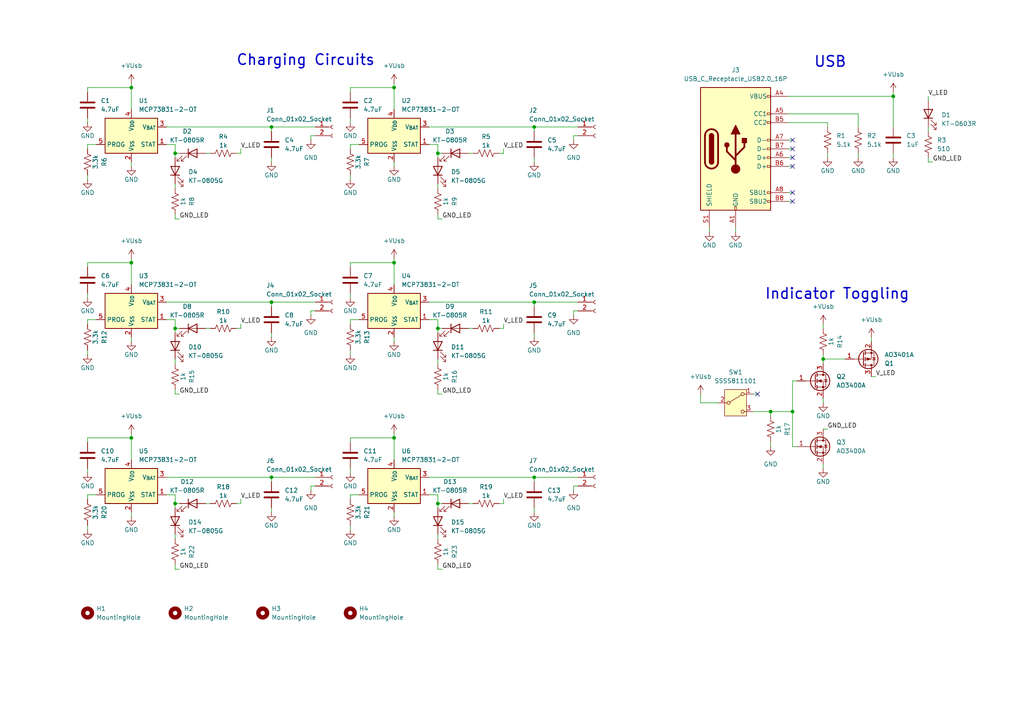
<source format=kicad_sch>
(kicad_sch (version 20250114) (generator "eeschema") (generator_version "9.0")
  (paper "A4")
  (title_block (title "AltusCharger") (date "2025-08-06") (rev "1.0") (company "Brian Parks"))
  (text "USB" (at 240.792 18.034 0) (effects (font (size 3.048 3.048) (thickness 0.4064) (bold yes))))
  (text "Charging Circuits" (at 88.646 17.526 0) (effects (font (size 3.048 3.048) (thickness 0.4064) (bold yes))))
  (text "Indicator Toggling" (at 242.824 85.344 0) (effects (font (size 3.048 3.048) (thickness 0.4064) (bold yes))))
  (junction (at 38.1 127))
  (junction (at 127 95.25))
  (junction (at 114.3 76.2))
  (junction (at 38.1 25.4))
  (junction (at 154.94 36.83))
  (junction (at 38.1 76.2))
  (junction (at 114.3 127))
  (junction (at 50.8 146.05))
  (junction (at 238.76 104.14))
  (junction (at 50.8 44.45))
  (junction (at 78.74 138.43))
  (junction (at 78.74 36.83))
  (junction (at 229.87 119.38))
  (junction (at 223.52 119.38))
  (junction (at 154.94 87.63))
  (junction (at 127 44.45))
  (junction (at 50.8 95.25))
  (junction (at 127 146.05))
  (junction (at 259.08 27.94))
  (junction (at 114.3 25.4))
  (junction (at 154.94 138.43))
  (junction (at 78.74 87.63))
  (no_connect (at 229.87 58.42))
  (no_connect (at 229.87 48.26))
  (no_connect (at 229.87 40.64))
  (no_connect (at 219.71 114.3))
  (no_connect (at 229.87 43.18))
  (no_connect (at 229.87 45.72))
  (no_connect (at 229.87 55.88))
  (wire (pts (xy 213.36 66.04) (xy 213.36 67.31)))
  (wire (pts (xy 219.71 114.3) (xy 218.44 114.3)))
  (wire (pts (xy 101.6 135.89) (xy 101.6 137.16)))
  (wire (pts (xy 252.73 109.22) (xy 254 109.22)))
  (wire (pts (xy 137.16 95.25) (xy 135.89 95.25)))
  (wire (pts (xy 127 165.1) (xy 127 163.83)))
  (wire (pts (xy 38.1 125.73) (xy 38.1 127)))
  (wire (pts (xy 259.08 26.67) (xy 259.08 27.94)))
  (wire (pts (xy 128.27 63.5) (xy 127 63.5)))
  (wire (pts (xy 127 95.25) (xy 128.27 95.25)))
  (wire (pts (xy 223.52 128.27) (xy 223.52 129.54)))
  (wire (pts (xy 154.94 46.99) (xy 154.94 45.72)))
  (wire (pts (xy 25.4 153.67) (xy 25.4 152.4)))
  (wire (pts (xy 166.37 90.17) (xy 167.64 90.17)))
  (wire (pts (xy 127 147.32) (xy 127 146.05)))
  (wire (pts (xy 127 146.05) (xy 128.27 146.05)))
  (wire (pts (xy 229.87 129.54) (xy 229.87 119.38)))
  (wire (pts (xy 50.8 114.3) (xy 50.8 113.03)))
  (wire (pts (xy 50.8 45.72) (xy 50.8 44.45)))
  (wire (pts (xy 203.2 116.84) (xy 208.28 116.84)))
  (wire (pts (xy 69.85 146.05) (xy 68.58 146.05)))
  (wire (pts (xy 114.3 125.73) (xy 114.3 127)))
  (wire (pts (xy 228.6 27.94) (xy 259.08 27.94)))
  (wire (pts (xy 229.87 110.49) (xy 231.14 110.49)))
  (wire (pts (xy 25.4 128.27) (xy 25.4 127)))
  (wire (pts (xy 52.07 165.1) (xy 50.8 165.1)))
  (wire (pts (xy 78.74 97.79) (xy 78.74 96.52)))
  (wire (pts (xy 154.94 148.59) (xy 154.94 147.32)))
  (wire (pts (xy 114.3 48.26) (xy 114.3 46.99)))
  (wire (pts (xy 114.3 76.2) (xy 114.3 82.55)))
  (wire (pts (xy 269.24 27.94) (xy 269.24 29.21)))
  (wire (pts (xy 127 53.34) (xy 127 54.61)))
  (wire (pts (xy 38.1 149.86) (xy 38.1 148.59)))
  (wire (pts (xy 127 114.3) (xy 127 113.03)))
  (wire (pts (xy 252.73 97.79) (xy 252.73 99.06)))
  (wire (pts (xy 127 63.5) (xy 127 62.23)))
  (wire (pts (xy 38.1 25.4) (xy 38.1 31.75)))
  (wire (pts (xy 90.17 140.97) (xy 91.44 140.97)))
  (wire (pts (xy 50.8 92.71) (xy 50.8 95.25)))
  (wire (pts (xy 50.8 143.51) (xy 50.8 146.05)))
  (wire (pts (xy 137.16 146.05) (xy 135.89 146.05)))
  (wire (pts (xy 154.94 138.43) (xy 154.94 139.7)))
  (wire (pts (xy 25.4 85.09) (xy 25.4 86.36)))
  (wire (pts (xy 38.1 74.93) (xy 38.1 76.2)))
  (wire (pts (xy 205.74 66.04) (xy 205.74 67.31)))
  (wire (pts (xy 50.8 154.94) (xy 50.8 156.21)))
  (wire (pts (xy 50.8 41.91) (xy 50.8 44.45)))
  (wire (pts (xy 124.46 138.43) (xy 154.94 138.43)))
  (wire (pts (xy 146.05 144.78) (xy 146.05 146.05)))
  (wire (pts (xy 238.76 134.62) (xy 238.76 135.89)))
  (wire (pts (xy 50.8 96.52) (xy 50.8 95.25)))
  (wire (pts (xy 101.6 43.18) (xy 101.6 41.91)))
  (wire (pts (xy 238.76 115.57) (xy 238.76 116.84)))
  (wire (pts (xy 38.1 24.13) (xy 38.1 25.4)))
  (wire (pts (xy 25.4 144.78) (xy 25.4 143.51)))
  (wire (pts (xy 166.37 140.97) (xy 166.37 142.24)))
  (wire (pts (xy 154.94 87.63) (xy 167.64 87.63)))
  (wire (pts (xy 218.44 119.38) (xy 223.52 119.38)))
  (wire (pts (xy 166.37 39.37) (xy 167.64 39.37)))
  (wire (pts (xy 248.92 33.02) (xy 248.92 36.83)))
  (wire (pts (xy 48.26 92.71) (xy 50.8 92.71)))
  (wire (pts (xy 25.4 135.89) (xy 25.4 137.16)))
  (wire (pts (xy 50.8 95.25) (xy 52.07 95.25)))
  (wire (pts (xy 166.37 90.17) (xy 166.37 91.44)))
  (wire (pts (xy 114.3 25.4) (xy 114.3 31.75)))
  (wire (pts (xy 90.17 39.37) (xy 91.44 39.37)))
  (wire (pts (xy 127 44.45) (xy 128.27 44.45)))
  (wire (pts (xy 114.3 127) (xy 114.3 133.35)))
  (wire (pts (xy 69.85 44.45) (xy 68.58 44.45)))
  (wire (pts (xy 25.4 76.2) (xy 38.1 76.2)))
  (wire (pts (xy 229.87 119.38) (xy 223.52 119.38)))
  (wire (pts (xy 48.26 36.83) (xy 78.74 36.83)))
  (wire (pts (xy 114.3 24.13) (xy 114.3 25.4)))
  (wire (pts (xy 114.3 149.86) (xy 114.3 148.59)))
  (wire (pts (xy 124.46 143.51) (xy 127 143.51)))
  (wire (pts (xy 101.6 143.51) (xy 104.14 143.51)))
  (wire (pts (xy 124.46 92.71) (xy 127 92.71)))
  (wire (pts (xy 229.87 58.42) (xy 228.6 58.42)))
  (wire (pts (xy 50.8 44.45) (xy 52.07 44.45)))
  (wire (pts (xy 48.26 41.91) (xy 50.8 41.91)))
  (wire (pts (xy 25.4 127) (xy 38.1 127)))
  (wire (pts (xy 124.46 87.63) (xy 154.94 87.63)))
  (wire (pts (xy 238.76 102.87) (xy 238.76 104.14)))
  (wire (pts (xy 38.1 48.26) (xy 38.1 46.99)))
  (wire (pts (xy 101.6 25.4) (xy 114.3 25.4)))
  (wire (pts (xy 25.4 34.29) (xy 25.4 35.56)))
  (wire (pts (xy 229.87 40.64) (xy 228.6 40.64)))
  (wire (pts (xy 25.4 25.4) (xy 38.1 25.4)))
  (wire (pts (xy 38.1 76.2) (xy 38.1 82.55)))
  (wire (pts (xy 25.4 43.18) (xy 25.4 41.91)))
  (wire (pts (xy 69.85 95.25) (xy 68.58 95.25)))
  (wire (pts (xy 127 104.14) (xy 127 105.41)))
  (wire (pts (xy 25.4 102.87) (xy 25.4 101.6)))
  (wire (pts (xy 101.6 102.87) (xy 101.6 101.6)))
  (wire (pts (xy 69.85 93.98) (xy 69.85 95.25)))
  (wire (pts (xy 60.96 146.05) (xy 59.69 146.05)))
  (wire (pts (xy 127 143.51) (xy 127 146.05)))
  (wire (pts (xy 69.85 144.78) (xy 69.85 146.05)))
  (wire (pts (xy 78.74 148.59) (xy 78.74 147.32)))
  (wire (pts (xy 146.05 44.45) (xy 144.78 44.45)))
  (wire (pts (xy 154.94 36.83) (xy 154.94 38.1)))
  (wire (pts (xy 154.94 97.79) (xy 154.94 96.52)))
  (wire (pts (xy 101.6 41.91) (xy 104.14 41.91)))
  (wire (pts (xy 127 92.71) (xy 127 95.25)))
  (wire (pts (xy 50.8 147.32) (xy 50.8 146.05)))
  (wire (pts (xy 114.3 74.93) (xy 114.3 76.2)))
  (wire (pts (xy 240.03 36.83) (xy 240.03 35.56)))
  (wire (pts (xy 25.4 41.91) (xy 27.94 41.91)))
  (wire (pts (xy 259.08 27.94) (xy 259.08 36.83)))
  (wire (pts (xy 124.46 36.83) (xy 154.94 36.83)))
  (wire (pts (xy 203.2 114.3) (xy 203.2 116.84)))
  (wire (pts (xy 78.74 36.83) (xy 78.74 38.1)))
  (wire (pts (xy 101.6 153.67) (xy 101.6 152.4)))
  (wire (pts (xy 128.27 114.3) (xy 127 114.3)))
  (wire (pts (xy 259.08 44.45) (xy 259.08 45.72)))
  (wire (pts (xy 101.6 52.07) (xy 101.6 50.8)))
  (wire (pts (xy 228.6 33.02) (xy 248.92 33.02)))
  (wire (pts (xy 78.74 138.43) (xy 78.74 139.7)))
  (wire (pts (xy 166.37 140.97) (xy 167.64 140.97)))
  (wire (pts (xy 25.4 92.71) (xy 27.94 92.71)))
  (wire (pts (xy 154.94 36.83) (xy 167.64 36.83)))
  (wire (pts (xy 78.74 46.99) (xy 78.74 45.72)))
  (wire (pts (xy 127 154.94) (xy 127 156.21)))
  (wire (pts (xy 114.3 99.06) (xy 114.3 97.79)))
  (wire (pts (xy 38.1 99.06) (xy 38.1 97.79)))
  (wire (pts (xy 25.4 143.51) (xy 27.94 143.51)))
  (wire (pts (xy 238.76 104.14) (xy 245.11 104.14)))
  (wire (pts (xy 48.26 143.51) (xy 50.8 143.51)))
  (wire (pts (xy 78.74 138.43) (xy 91.44 138.43)))
  (wire (pts (xy 25.4 77.47) (xy 25.4 76.2)))
  (wire (pts (xy 146.05 95.25) (xy 144.78 95.25)))
  (wire (pts (xy 238.76 93.98) (xy 238.76 95.25)))
  (wire (pts (xy 60.96 95.25) (xy 59.69 95.25)))
  (wire (pts (xy 166.37 39.37) (xy 166.37 40.64)))
  (wire (pts (xy 78.74 87.63) (xy 78.74 88.9)))
  (wire (pts (xy 78.74 87.63) (xy 91.44 87.63)))
  (wire (pts (xy 240.03 44.45) (xy 240.03 45.72)))
  (wire (pts (xy 90.17 140.97) (xy 90.17 142.24)))
  (wire (pts (xy 146.05 43.18) (xy 146.05 44.45)))
  (wire (pts (xy 101.6 92.71) (xy 104.14 92.71)))
  (wire (pts (xy 101.6 144.78) (xy 101.6 143.51)))
  (wire (pts (xy 269.24 46.99) (xy 269.24 45.72)))
  (wire (pts (xy 101.6 34.29) (xy 101.6 35.56)))
  (wire (pts (xy 154.94 138.43) (xy 167.64 138.43)))
  (wire (pts (xy 229.87 55.88) (xy 228.6 55.88)))
  (wire (pts (xy 90.17 90.17) (xy 90.17 91.44)))
  (wire (pts (xy 248.92 44.45) (xy 248.92 45.72)))
  (wire (pts (xy 229.87 45.72) (xy 228.6 45.72)))
  (wire (pts (xy 25.4 26.67) (xy 25.4 25.4)))
  (wire (pts (xy 270.51 46.99) (xy 269.24 46.99)))
  (wire (pts (xy 38.1 127) (xy 38.1 133.35)))
  (wire (pts (xy 101.6 85.09) (xy 101.6 86.36)))
  (wire (pts (xy 78.74 36.83) (xy 91.44 36.83)))
  (wire (pts (xy 52.07 63.5) (xy 50.8 63.5)))
  (wire (pts (xy 50.8 53.34) (xy 50.8 54.61)))
  (wire (pts (xy 90.17 90.17) (xy 91.44 90.17)))
  (wire (pts (xy 50.8 146.05) (xy 52.07 146.05)))
  (wire (pts (xy 101.6 77.47) (xy 101.6 76.2)))
  (wire (pts (xy 238.76 124.46) (xy 240.03 124.46)))
  (wire (pts (xy 124.46 41.91) (xy 127 41.91)))
  (wire (pts (xy 25.4 52.07) (xy 25.4 50.8)))
  (wire (pts (xy 90.17 39.37) (xy 90.17 40.64)))
  (wire (pts (xy 223.52 119.38) (xy 223.52 120.65)))
  (wire (pts (xy 101.6 128.27) (xy 101.6 127)))
  (wire (pts (xy 101.6 26.67) (xy 101.6 25.4)))
  (wire (pts (xy 101.6 76.2) (xy 114.3 76.2)))
  (wire (pts (xy 240.03 35.56) (xy 228.6 35.56)))
  (wire (pts (xy 101.6 127) (xy 114.3 127)))
  (wire (pts (xy 25.4 93.98) (xy 25.4 92.71)))
  (wire (pts (xy 154.94 87.63) (xy 154.94 88.9)))
  (wire (pts (xy 52.07 114.3) (xy 50.8 114.3)))
  (wire (pts (xy 60.96 44.45) (xy 59.69 44.45)))
  (wire (pts (xy 127 96.52) (xy 127 95.25)))
  (wire (pts (xy 146.05 146.05) (xy 144.78 146.05)))
  (wire (pts (xy 269.24 36.83) (xy 269.24 38.1)))
  (wire (pts (xy 69.85 43.18) (xy 69.85 44.45)))
  (wire (pts (xy 48.26 87.63) (xy 78.74 87.63)))
  (wire (pts (xy 229.87 110.49) (xy 229.87 119.38)))
  (wire (pts (xy 238.76 104.14) (xy 238.76 105.41)))
  (wire (pts (xy 48.26 138.43) (xy 78.74 138.43)))
  (wire (pts (xy 127 45.72) (xy 127 44.45)))
  (wire (pts (xy 50.8 165.1) (xy 50.8 163.83)))
  (wire (pts (xy 146.05 93.98) (xy 146.05 95.25)))
  (wire (pts (xy 101.6 93.98) (xy 101.6 92.71)))
  (wire (pts (xy 128.27 165.1) (xy 127 165.1)))
  (wire (pts (xy 229.87 129.54) (xy 231.14 129.54)))
  (wire (pts (xy 50.8 104.14) (xy 50.8 105.41)))
  (wire (pts (xy 229.87 48.26) (xy 228.6 48.26)))
  (wire (pts (xy 50.8 63.5) (xy 50.8 62.23)))
  (wire (pts (xy 127 41.91) (xy 127 44.45)))
  (wire (pts (xy 229.87 43.18) (xy 228.6 43.18)))
  (wire (pts (xy 137.16 44.45) (xy 135.89 44.45)))
  (label "V_LED" (at 254 109.22 0))
  (label "V_LED" (at 146.05 144.78 0))
  (label "GND_LED" (at 270.51 46.99 0))
  (label "GND_LED" (at 128.27 165.1 0))
  (label "V_LED" (at 69.85 144.78 0))
  (label "GND_LED" (at 52.07 165.1 0))
  (label "V_LED" (at 69.85 43.18 0))
  (label "GND_LED" (at 128.27 114.3 0))
  (label "V_LED" (at 269.24 27.94 0))
  (label "V_LED" (at 146.05 93.98 0))
  (label "GND_LED" (at 240.03 124.46 0))
  (label "V_LED" (at 69.85 93.98 0))
  (label "GND_LED" (at 52.07 63.5 0))
  (label "V_LED" (at 146.05 43.18 0))
  (label "GND_LED" (at 52.07 114.3 0))
  (label "GND_LED" (at 128.27 63.5 0))
  (symbol (lib_id "power:GND") (at 238.76 116.84 0) (unit 1)
    (property "Reference" "#PWR039" (effects (hide yes)))
    (property "Value" "GND" (at 238.76 120.65 0))
    (property "Description" "Power symbol creates a global label with name \"GND\" , ground" (effects (hide yes)))
  )
  (symbol (lib_id "power:GND") (at 78.74 148.59 0) (unit 1)
    (property "Reference" "#PWR048" (effects (hide yes)))
    (property "Value" "GND" (at 78.74 152.4 0))
    (property "Description" "Power symbol creates a global label with name \"GND\" , ground" (effects (hide yes)))
  )
  (symbol (lib_id "Connector:Conn_01x02_Socket") (at 172.72 138.43 0) (unit 1)
    (property "Reference" "J7" (at 153.416 133.604 0) (effects (justify left)))
    (property "Value" "Conn_01x02_Socket" (at 153.416 136.144 0) (effects (justify left)))
    (property "Footprint" "Connector_JST:JST_PH_B2B-PH-K_1x02_P2.00mm_Vertical" (effects (hide yes)))
    (property "Description" "Generic connector, single row, 01x02, script generated" (effects (hide yes)))
    (property "JLCPCB Part #" "C2319" (effects (hide yes)))
  )
  (symbol (lib_id "Device:R_US") (at 140.97 146.05 90) (unit 1)
    (property "Reference" "R19" (at 140.97 141.224 90))
    (property "Value" "1k" (at 140.97 143.764 90))
    (property "Footprint" "Resistor_SMD:R_0402_1005Metric" (effects (hide yes)))
    (property "Datasheet" "https://jlcpcb.com/api/file/downloadByFileSystemAccessId/8579705924167974912" (effects (hide yes)))
    (property "Description" "Resistor, US symbol" (effects (hide yes)))
    (property "JLCPCB Part #" "C11702" (effects (hide yes)))
  )
  (symbol (lib_id "Device:R_US") (at 238.76 99.06 0) (unit 1)
    (property "Reference" "R14" (at 243.586 99.06 90))
    (property "Value" "1k" (at 241.046 99.06 90))
    (property "Footprint" "Resistor_SMD:R_0402_1005Metric" (effects (hide yes)))
    (property "Datasheet" "https://jlcpcb.com/api/file/downloadByFileSystemAccessId/8579705924167974912" (effects (hide yes)))
    (property "Description" "Resistor, US symbol" (effects (hide yes)))
    (property "JLCPCB Part #" "C11702" (effects (hide yes)))
  )
  (symbol (lib_id "power:GND") (at 114.3 99.06 0) (unit 1)
    (property "Reference" "#PWR033" (effects (hide yes)))
    (property "Value" "GND" (at 114.3 102.87 0))
    (property "Description" "Power symbol creates a global label with name \"GND\" , ground" (effects (hide yes)))
  )
  (symbol (lib_id "Device:C") (at 78.74 92.71 0) (unit 1)
    (property "Reference" "C8" (at 82.55 91.4399 0) (effects (justify left)))
    (property "Value" "4.7uF" (at 82.55 93.9799 0) (effects (justify left)))
    (property "Footprint" "Capacitor_SMD:C_0402_1005Metric" (effects (hide yes)))
    (property "Datasheet" "https://jlcpcb.com/api/file/downloadByFileSystemAccessId/8579707174974914560" (effects (hide yes)))
    (property "Description" "Unpolarized capacitor" (effects (hide yes)))
    (property "JLCPCB Part #" "C23733" (effects (hide yes)))
  )
  (symbol (lib_id "Device:R_US") (at 101.6 46.99 0) (unit 1)
    (property "Reference" "R7" (at 106.426 46.99 90))
    (property "Value" "3.3k" (at 103.886 46.99 90))
    (property "Footprint" "Resistor_SMD:R_0402_1005Metric" (effects (hide yes)))
    (property "Datasheet" "https://jlcpcb.com/api/file/downloadByFileSystemAccessId/8579705924167974912" (effects (hide yes)))
    (property "Description" "Resistor, US symbol" (effects (hide yes)))
    (property "JLCPCB Part #" "C25890" (effects (hide yes)))
  )
  (symbol (lib_id "Device:R_US") (at 50.8 58.42 0) (unit 1)
    (property "Reference" "R8" (at 55.626 58.42 90))
    (property "Value" "1k" (at 53.086 58.42 90))
    (property "Footprint" "Resistor_SMD:R_0402_1005Metric" (effects (hide yes)))
    (property "Datasheet" "https://jlcpcb.com/api/file/downloadByFileSystemAccessId/8579705924167974912" (effects (hide yes)))
    (property "Description" "Resistor, US symbol" (effects (hide yes)))
    (property "JLCPCB Part #" "C11702" (effects (hide yes)))
  )
  (symbol (lib_id "power:GND") (at 90.17 142.24 0) (unit 1)
    (property "Reference" "#PWR045" (effects (hide yes)))
    (property "Value" "GND" (at 90.17 147.32 0))
    (property "Description" "Power symbol creates a global label with name \"GND\" , ground" (effects (hide yes)))
  )
  (symbol (lib_id "Device:C") (at 78.74 143.51 0) (unit 1)
    (property "Reference" "C12" (at 82.55 142.2399 0) (effects (justify left)))
    (property "Value" "4.7uF" (at 82.55 144.7799 0) (effects (justify left)))
    (property "Footprint" "Capacitor_SMD:C_0402_1005Metric" (effects (hide yes)))
    (property "Datasheet" "https://jlcpcb.com/api/file/downloadByFileSystemAccessId/8579707174974914560" (effects (hide yes)))
    (property "Description" "Unpolarized capacitor" (effects (hide yes)))
    (property "JLCPCB Part #" "C23733" (effects (hide yes)))
  )
  (symbol (lib_id "Device:R_US") (at 127 160.02 0) (unit 1)
    (property "Reference" "R23" (at 131.826 160.02 90))
    (property "Value" "1k" (at 129.286 160.02 90))
    (property "Footprint" "Resistor_SMD:R_0402_1005Metric" (effects (hide yes)))
    (property "Datasheet" "https://jlcpcb.com/api/file/downloadByFileSystemAccessId/8579705924167974912" (effects (hide yes)))
    (property "Description" "Resistor, US symbol" (effects (hide yes)))
    (property "JLCPCB Part #" "C11702" (effects (hide yes)))
  )
  (symbol (lib_id "Transistor_FET:AO3400A") (at 236.22 110.49 0) (unit 1)
    (property "Reference" "Q2" (at 242.57 109.2199 0) (effects (justify left)))
    (property "Value" "AO3400A" (at 242.57 111.7599 0) (effects (justify left)))
    (property "Footprint" "Package_TO_SOT_SMD:SOT-23" (effects (hide yes)))
    (property "Datasheet" "http://www.aosmd.com/pdfs/datasheet/AO3400A.pdf" (effects (hide yes)))
    (property "Description" "30V Vds, 5.7A Id, N-Channel MOSFET, SOT-23" (effects (hide yes)))
    (property "JLCPCB Part #" "C20917" (effects (hide yes)))
  )
  (symbol (lib_id "Device:LED") (at 127 49.53 90) (unit 1)
    (property "Reference" "D5" (at 130.81 49.8474 90) (effects (justify right)))
    (property "Value" "KT-0805G" (at 130.81 52.3874 90) (effects (justify right)))
    (property "Footprint" "LED_SMD:LED_0805_2012Metric" (effects (hide yes)))
    (property "Description" "Light emitting diode" (effects (hide yes)))
    (property "JLCPCB Part #" "C2297" (effects (hide yes)))
    (property "Sim.Pins" "1=K 2=A" (effects (hide yes)))
  )
  (symbol (lib_id "power:GND") (at 114.3 48.26 0) (unit 1)
    (property "Reference" "#PWR015" (effects (hide yes)))
    (property "Value" "GND" (at 114.3 52.07 0))
    (property "Description" "Power symbol creates a global label with name \"GND\" , ground" (effects (hide yes)))
  )
  (symbol (lib_id "Mechanical:MountingHole") (at 25.4 177.8 0) (unit 1) (in_bom no)
    (property "Reference" "H1" (at 27.94 176.5299 0) (effects (justify left)))
    (property "Value" "MountingHole" (at 27.94 179.0699 0) (effects (justify left)))
    (property "Footprint" "MountingHole:MountingHole_3.2mm_M3" (effects (hide yes)))
    (property "Description" "Mounting Hole without connection" (effects (hide yes)))
  )
  (symbol (lib_id "Device:LED") (at 55.88 44.45 0) (unit 1)
    (property "Reference" "D2" (at 54.2925 38.1 0))
    (property "Value" "KT-0805R" (at 54.2925 40.64 0))
    (property "Footprint" "LED_SMD:LED_0805_2012Metric" (effects (hide yes)))
    (property "Description" "Light emitting diode" (effects (hide yes)))
    (property "JLCPCB Part #" "C2295" (effects (hide yes)))
    (property "Sim.Pins" "1=K 2=A" (effects (hide yes)))
  )
  (symbol (lib_id "power:GND") (at 38.1 48.26 0) (unit 1)
    (property "Reference" "#PWR014" (effects (hide yes)))
    (property "Value" "GND" (at 38.1 52.07 0))
    (property "Description" "Power symbol creates a global label with name \"GND\" , ground" (effects (hide yes)))
  )
  (symbol (lib_id "Device:LED") (at 127 100.33 90) (unit 1)
    (property "Reference" "D11" (at 130.81 100.6474 90) (effects (justify right)))
    (property "Value" "KT-0805G" (at 130.81 103.1874 90) (effects (justify right)))
    (property "Footprint" "LED_SMD:LED_0805_2012Metric" (effects (hide yes)))
    (property "Description" "Light emitting diode" (effects (hide yes)))
    (property "JLCPCB Part #" "C2297" (effects (hide yes)))
    (property "Sim.Pins" "1=K 2=A" (effects (hide yes)))
  )
  (symbol (lib_id "Connector:Conn_01x02_Socket") (at 96.52 36.83 0) (unit 1)
    (property "Reference" "J1" (at 77.216 32.004 0) (effects (justify left)))
    (property "Value" "Conn_01x02_Socket" (at 77.216 34.544 0) (effects (justify left)))
    (property "Footprint" "Connector_JST:JST_PH_B2B-PH-K_1x02_P2.00mm_Vertical" (effects (hide yes)))
    (property "Description" "Generic connector, single row, 01x02, script generated" (effects (hide yes)))
    (property "JLCPCB Part #" "C2319" (effects (hide yes)))
  )
  (symbol (lib_id "power:GND") (at 101.6 137.16 0) (unit 1)
    (property "Reference" "#PWR043" (effects (hide yes)))
    (property "Value" "GND" (at 101.6 140.97 0))
    (property "Description" "Power symbol creates a global label with name \"GND\" , ground" (effects (hide yes)))
  )
  (symbol (lib_id "power:GND") (at 25.4 35.56 0) (unit 1)
    (property "Reference" "#PWR04" (effects (hide yes)))
    (property "Value" "GND" (at 25.4 39.37 0))
    (property "Description" "Power symbol creates a global label with name \"GND\" , ground" (effects (hide yes)))
  )
  (symbol (lib_id "Mechanical:MountingHole") (at 76.2 177.8 0) (unit 1) (in_bom no)
    (property "Reference" "H3" (at 78.74 176.5299 0) (effects (justify left)))
    (property "Value" "MountingHole" (at 78.74 179.0699 0) (effects (justify left)))
    (property "Footprint" "MountingHole:MountingHole_3.2mm_M3" (effects (hide yes)))
    (property "Description" "Mounting Hole without connection" (effects (hide yes)))
  )
  (symbol (lib_id "Device:R_US") (at 248.92 40.64 0) (unit 1)
    (property "Reference" "R2" (at 251.46 39.3699 0) (effects (justify left)))
    (property "Value" "5.1k" (at 251.46 41.9099 0) (effects (justify left)))
    (property "Footprint" "Resistor_SMD:R_0402_1005Metric" (effects (hide yes)))
    (property "Datasheet" "https://jlcpcb.com/api/file/downloadByFileSystemAccessId/8579706036003409920" (effects (hide yes)))
    (property "Description" "Resistor, US symbol" (effects (hide yes)))
    (property "JLCPCB Part #" "C25905" (effects (hide yes)))
  )
  (symbol (lib_id "Device:C") (at 25.4 30.48 0) (unit 1)
    (property "Reference" "C1" (at 29.21 29.2099 0) (effects (justify left)))
    (property "Value" "4.7uF" (at 29.21 31.7499 0) (effects (justify left)))
    (property "Footprint" "Capacitor_SMD:C_0402_1005Metric" (effects (hide yes)))
    (property "Datasheet" "https://jlcpcb.com/api/file/downloadByFileSystemAccessId/8579707174974914560" (effects (hide yes)))
    (property "Description" "Unpolarized capacitor" (effects (hide yes)))
    (property "JLCPCB Part #" "C23733" (effects (hide yes)))
  )
  (symbol (lib_id "Device:LED") (at 132.08 95.25 0) (unit 1)
    (property "Reference" "D9" (at 130.4925 88.9 0))
    (property "Value" "KT-0805R" (at 130.4925 91.44 0))
    (property "Footprint" "LED_SMD:LED_0805_2012Metric" (effects (hide yes)))
    (property "Description" "Light emitting diode" (effects (hide yes)))
    (property "JLCPCB Part #" "C2295" (effects (hide yes)))
    (property "Sim.Pins" "1=K 2=A" (effects (hide yes)))
  )
  (symbol (lib_id "Connector:Conn_01x02_Socket") (at 172.72 36.83 0) (unit 1)
    (property "Reference" "J2" (at 153.416 32.004 0) (effects (justify left)))
    (property "Value" "Conn_01x02_Socket" (at 153.416 34.544 0) (effects (justify left)))
    (property "Footprint" "Connector_JST:JST_PH_B2B-PH-K_1x02_P2.00mm_Vertical" (effects (hide yes)))
    (property "Description" "Generic connector, single row, 01x02, script generated" (effects (hide yes)))
    (property "JLCPCB Part #" "C2319" (effects (hide yes)))
  )
  (symbol (lib_id "power:GND") (at 166.37 142.24 0) (unit 1)
    (property "Reference" "#PWR046" (effects (hide yes)))
    (property "Value" "GND" (at 166.37 147.32 0))
    (property "Description" "Power symbol creates a global label with name \"GND\" , ground" (effects (hide yes)))
  )
  (symbol (lib_id "Device:R_US") (at 64.77 146.05 90) (unit 1)
    (property "Reference" "R18" (at 64.77 141.224 90))
    (property "Value" "1k" (at 64.77 143.764 90))
    (property "Footprint" "Resistor_SMD:R_0402_1005Metric" (effects (hide yes)))
    (property "Datasheet" "https://jlcpcb.com/api/file/downloadByFileSystemAccessId/8579705924167974912" (effects (hide yes)))
    (property "Description" "Resistor, US symbol" (effects (hide yes)))
    (property "JLCPCB Part #" "C11702" (effects (hide yes)))
  )
  (symbol (lib_id "power:GND") (at 90.17 91.44 0) (unit 1)
    (property "Reference" "#PWR028" (effects (hide yes)))
    (property "Value" "GND" (at 90.17 96.52 0))
    (property "Description" "Power symbol creates a global label with name \"GND\" , ground" (effects (hide yes)))
  )
  (symbol (lib_id "power:GND") (at 101.6 86.36 0) (unit 1)
    (property "Reference" "#PWR027" (effects (hide yes)))
    (property "Value" "GND" (at 101.6 90.17 0))
    (property "Description" "Power symbol creates a global label with name \"GND\" , ground" (effects (hide yes)))
  )
  (symbol (lib_id "Device:C") (at 101.6 132.08 0) (unit 1)
    (property "Reference" "C11" (at 105.41 130.8099 0) (effects (justify left)))
    (property "Value" "4.7uF" (at 105.41 133.3499 0) (effects (justify left)))
    (property "Footprint" "Capacitor_SMD:C_0402_1005Metric" (effects (hide yes)))
    (property "Datasheet" "https://jlcpcb.com/api/file/downloadByFileSystemAccessId/8579707174974914560" (effects (hide yes)))
    (property "Description" "Unpolarized capacitor" (effects (hide yes)))
    (property "JLCPCB Part #" "C23733" (effects (hide yes)))
  )
  (symbol (lib_id "Device:R_US") (at 269.24 41.91 0) (unit 1)
    (property "Reference" "R3" (at 271.78 40.6399 0) (effects (justify left)))
    (property "Value" "510" (at 271.78 43.1799 0) (effects (justify left)))
    (property "Footprint" "Resistor_SMD:R_0402_1005Metric" (effects (hide yes)))
    (property "Datasheet" "https://jlcpcb.com/api/file/downloadByFileSystemAccessId/8579706044791963648" (effects (hide yes)))
    (property "Description" "Resistor, US symbol" (effects (hide yes)))
    (property "JLCPCB Part #" "C25123" (effects (hide yes)))
  )
  (symbol (lib_id "Device:R_US") (at 64.77 44.45 90) (unit 1)
    (property "Reference" "R4" (at 64.77 39.624 90))
    (property "Value" "1k" (at 64.77 42.164 90))
    (property "Footprint" "Resistor_SMD:R_0402_1005Metric" (effects (hide yes)))
    (property "Datasheet" "https://jlcpcb.com/api/file/downloadByFileSystemAccessId/8579705924167974912" (effects (hide yes)))
    (property "Description" "Resistor, US symbol" (effects (hide yes)))
    (property "JLCPCB Part #" "C11702" (effects (hide yes)))
  )
  (symbol (lib_id "Switch:SW_SPDT") (at 213.36 116.84 0) (unit 1)
    (property "Reference" "SW1" (at 213.36 107.95 0))
    (property "Value" "SSSS811101" (at 213.36 110.49 0))
    (property "Footprint" "AltusCharger-Lib:SW_SSSS811101" (effects (hide yes)))
    (property "Description" "Switch, single pole double throw" (effects (hide yes)))
    (property "JLCPCB Part #" "C109335" (effects (hide yes)))
  )
  (symbol (lib_id "Device:R_US") (at 25.4 148.59 0) (unit 1)
    (property "Reference" "R20" (at 30.226 148.59 90))
    (property "Value" "3.3k" (at 27.686 148.59 90))
    (property "Footprint" "Resistor_SMD:R_0402_1005Metric" (effects (hide yes)))
    (property "Datasheet" "https://jlcpcb.com/api/file/downloadByFileSystemAccessId/8579705924167974912" (effects (hide yes)))
    (property "Description" "Resistor, US symbol" (effects (hide yes)))
    (property "JLCPCB Part #" "C25890" (effects (hide yes)))
  )
  (symbol (lib_id "power:GND") (at 38.1 99.06 0) (unit 1)
    (property "Reference" "#PWR032" (effects (hide yes)))
    (property "Value" "GND" (at 38.1 102.87 0))
    (property "Description" "Power symbol creates a global label with name \"GND\" , ground" (effects (hide yes)))
  )
  (symbol (lib_id "Device:C") (at 259.08 40.64 0) (unit 1)
    (property "Reference" "C3" (at 262.89 39.3699 0) (effects (justify left)))
    (property "Value" "1uF" (at 262.89 41.9099 0) (effects (justify left)))
    (property "Footprint" "Capacitor_SMD:C_0402_1005Metric" (effects (hide yes)))
    (property "Datasheet" "https://jlcpcb.com/api/file/downloadByFileSystemAccessId/8579707174974914560" (effects (hide yes)))
    (property "Description" "Unpolarized capacitor" (effects (hide yes)))
    (property "JLCPCB Part #" "C52923" (effects (hide yes)))
  )
  (symbol (lib_id "Device:LED") (at 132.08 44.45 0) (unit 1)
    (property "Reference" "D3" (at 130.4925 38.1 0))
    (property "Value" "KT-0805R" (at 130.4925 40.64 0))
    (property "Footprint" "LED_SMD:LED_0805_2012Metric" (effects (hide yes)))
    (property "Description" "Light emitting diode" (effects (hide yes)))
    (property "JLCPCB Part #" "C2295" (effects (hide yes)))
    (property "Sim.Pins" "1=K 2=A" (effects (hide yes)))
  )
  (symbol (lib_id "Device:R_US") (at 127 109.22 0) (unit 1)
    (property "Reference" "R16" (at 131.826 109.22 90))
    (property "Value" "1k" (at 129.286 109.22 90))
    (property "Footprint" "Resistor_SMD:R_0402_1005Metric" (effects (hide yes)))
    (property "Datasheet" "https://jlcpcb.com/api/file/downloadByFileSystemAccessId/8579705924167974912" (effects (hide yes)))
    (property "Description" "Resistor, US symbol" (effects (hide yes)))
    (property "JLCPCB Part #" "C11702" (effects (hide yes)))
  )
  (symbol (lib_id "power:GND") (at 101.6 35.56 0) (unit 1)
    (property "Reference" "#PWR05" (effects (hide yes)))
    (property "Value" "GND" (at 101.6 39.37 0))
    (property "Description" "Power symbol creates a global label with name \"GND\" , ground" (effects (hide yes)))
  )
  (symbol (lib_id "Device:C") (at 78.74 41.91 0) (unit 1)
    (property "Reference" "C4" (at 82.55 40.6399 0) (effects (justify left)))
    (property "Value" "4.7uF" (at 82.55 43.1799 0) (effects (justify left)))
    (property "Footprint" "Capacitor_SMD:C_0402_1005Metric" (effects (hide yes)))
    (property "Datasheet" "https://jlcpcb.com/api/file/downloadByFileSystemAccessId/8579707174974914560" (effects (hide yes)))
    (property "Description" "Unpolarized capacitor" (effects (hide yes)))
    (property "JLCPCB Part #" "C23733" (effects (hide yes)))
  )
  (symbol (lib_name "LED_1") (lib_id "Device:LED") (at 269.24 33.02 90) (unit 1)
    (property "Reference" "D1" (at 273.05 33.3374 90) (effects (justify right)))
    (property "Value" "KT-0603R" (at 273.05 35.8774 90) (effects (justify right)))
    (property "Footprint" "LED_SMD:LED_0603_1608Metric" (effects (hide yes)))
    (property "Description" "Light emitting diode" (effects (hide yes)))
    (property "JLCPCB Part #" "C2286" (effects (hide yes)))
    (property "Sim.Pins" "1=K 2=A" (effects (hide yes)))
  )
  (symbol (lib_id "Device:R_US") (at 140.97 44.45 90) (unit 1)
    (property "Reference" "R5" (at 140.97 39.624 90))
    (property "Value" "1k" (at 140.97 42.164 90))
    (property "Footprint" "Resistor_SMD:R_0402_1005Metric" (effects (hide yes)))
    (property "Datasheet" "https://jlcpcb.com/api/file/downloadByFileSystemAccessId/8579705924167974912" (effects (hide yes)))
    (property "Description" "Resistor, US symbol" (effects (hide yes)))
    (property "JLCPCB Part #" "C11702" (effects (hide yes)))
  )
  (symbol (lib_id "AltusCharger-Lib:+VUsb") (at 114.3 24.13 0) (unit 1)
    (property "Reference" "#PWR02" (effects (hide yes)))
    (property "Value" "+VUsb" (at 114.3 19.05 0))
  )
  (symbol (lib_id "Battery_Management:MCP73831-2-OT") (at 38.1 140.97 0) (unit 1)
    (property "Reference" "U5" (at 40.2433 130.81 0) (effects (justify left)))
    (property "Value" "MCP73831-2-OT" (at 40.2433 133.35 0) (effects (justify left)))
    (property "Footprint" "Package_TO_SOT_SMD:SOT-23-5" (effects (hide yes)))
    (property "Datasheet" "http://ww1.microchip.com/downloads/en/DeviceDoc/20001984g.pdf" (effects (hide yes)))
    (property "Description" "Single cell, Li-Ion/Li-Po charge management controller, 4.20V, Tri-State Status Output, in SOT23-5 package" (effects (hide yes)))
    (property "JLCPCB Part #" "C424093" (effects (hide yes)))
  )
  (symbol (lib_id "power:GND") (at 259.08 45.72 0) (unit 1)
    (property "Reference" "#PWR010" (effects (hide yes)))
    (property "Value" "GND" (at 259.08 49.53 0))
    (property "Description" "Power symbol creates a global label with name \"GND\" , ground" (effects (hide yes)))
  )
  (symbol (lib_id "power:GND") (at 25.4 137.16 0) (unit 1)
    (property "Reference" "#PWR042" (effects (hide yes)))
    (property "Value" "GND" (at 25.4 140.97 0))
    (property "Description" "Power symbol creates a global label with name \"GND\" , ground" (effects (hide yes)))
  )
  (symbol (lib_id "Device:LED") (at 55.88 146.05 0) (unit 1)
    (property "Reference" "D12" (at 54.2925 139.7 0))
    (property "Value" "KT-0805R" (at 54.2925 142.24 0))
    (property "Footprint" "LED_SMD:LED_0805_2012Metric" (effects (hide yes)))
    (property "Description" "Light emitting diode" (effects (hide yes)))
    (property "JLCPCB Part #" "C2295" (effects (hide yes)))
    (property "Sim.Pins" "1=K 2=A" (effects (hide yes)))
  )
  (symbol (lib_id "Device:C") (at 25.4 132.08 0) (unit 1)
    (property "Reference" "C10" (at 29.21 130.8099 0) (effects (justify left)))
    (property "Value" "4.7uF" (at 29.21 133.3499 0) (effects (justify left)))
    (property "Footprint" "Capacitor_SMD:C_0402_1005Metric" (effects (hide yes)))
    (property "Datasheet" "https://jlcpcb.com/api/file/downloadByFileSystemAccessId/8579707174974914560" (effects (hide yes)))
    (property "Description" "Unpolarized capacitor" (effects (hide yes)))
    (property "JLCPCB Part #" "C23733" (effects (hide yes)))
  )
  (symbol (lib_id "power:GND") (at 166.37 40.64 0) (unit 1)
    (property "Reference" "#PWR07" (effects (hide yes)))
    (property "Value" "GND" (at 166.37 45.72 0))
    (property "Description" "Power symbol creates a global label with name \"GND\" , ground" (effects (hide yes)))
  )
  (symbol (lib_id "Device:R_US") (at 64.77 95.25 90) (unit 1)
    (property "Reference" "R10" (at 64.77 90.424 90))
    (property "Value" "1k" (at 64.77 92.964 90))
    (property "Footprint" "Resistor_SMD:R_0402_1005Metric" (effects (hide yes)))
    (property "Datasheet" "https://jlcpcb.com/api/file/downloadByFileSystemAccessId/8579705924167974912" (effects (hide yes)))
    (property "Description" "Resistor, US symbol" (effects (hide yes)))
    (property "JLCPCB Part #" "C11702" (effects (hide yes)))
  )
  (symbol (lib_id "Device:R_US") (at 240.03 40.64 0) (unit 1)
    (property "Reference" "R1" (at 242.57 39.3699 0) (effects (justify left)))
    (property "Value" "5.1k" (at 242.57 41.9099 0) (effects (justify left)))
    (property "Footprint" "Resistor_SMD:R_0402_1005Metric" (effects (hide yes)))
    (property "Datasheet" "https://jlcpcb.com/api/file/downloadByFileSystemAccessId/8579706036003409920" (effects (hide yes)))
    (property "Description" "Resistor, US symbol" (effects (hide yes)))
    (property "JLCPCB Part #" "C25905" (effects (hide yes)))
  )
  (symbol (lib_id "AltusCharger-Lib:+VUsb") (at 114.3 74.93 0) (unit 1)
    (property "Reference" "#PWR019" (effects (hide yes)))
    (property "Value" "+VUsb" (at 114.3 69.85 0))
  )
  (symbol (lib_id "Battery_Management:MCP73831-2-OT") (at 114.3 39.37 0) (unit 1)
    (property "Reference" "U2" (at 116.4433 29.21 0) (effects (justify left)))
    (property "Value" "MCP73831-2-OT" (at 116.4433 31.75 0) (effects (justify left)))
    (property "Footprint" "Package_TO_SOT_SMD:SOT-23-5" (effects (hide yes)))
    (property "Datasheet" "http://ww1.microchip.com/downloads/en/DeviceDoc/20001984g.pdf" (effects (hide yes)))
    (property "Description" "Single cell, Li-Ion/Li-Po charge management controller, 4.20V, Tri-State Status Output, in SOT23-5 package" (effects (hide yes)))
    (property "JLCPCB Part #" "C424093" (effects (hide yes)))
  )
  (symbol (lib_id "power:GND") (at 101.6 102.87 0) (unit 1)
    (property "Reference" "#PWR036" (effects (hide yes)))
    (property "Value" "GND" (at 101.6 106.68 0))
    (property "Description" "Power symbol creates a global label with name \"GND\" , ground" (effects (hide yes)))
  )
  (symbol (lib_id "Mechanical:MountingHole") (at 101.6 177.8 0) (unit 1) (in_bom no)
    (property "Reference" "H4" (at 104.14 176.5299 0) (effects (justify left)))
    (property "Value" "MountingHole" (at 104.14 179.0699 0) (effects (justify left)))
    (property "Footprint" "MountingHole:MountingHole_3.2mm_M3" (effects (hide yes)))
    (property "Description" "Mounting Hole without connection" (effects (hide yes)))
  )
  (symbol (lib_id "Device:C") (at 25.4 81.28 0) (unit 1)
    (property "Reference" "C6" (at 29.21 80.0099 0) (effects (justify left)))
    (property "Value" "4.7uF" (at 29.21 82.5499 0) (effects (justify left)))
    (property "Footprint" "Capacitor_SMD:C_0402_1005Metric" (effects (hide yes)))
    (property "Datasheet" "https://jlcpcb.com/api/file/downloadByFileSystemAccessId/8579707174974914560" (effects (hide yes)))
    (property "Description" "Unpolarized capacitor" (effects (hide yes)))
    (property "JLCPCB Part #" "C23733" (effects (hide yes)))
  )
  (symbol (lib_id "AltusCharger-Lib:+VUsb") (at 259.08 26.67 0) (unit 1)
    (property "Reference" "#PWR01" (effects (hide yes)))
    (property "Value" "+VUsb" (at 259.08 21.59 0))
  )
  (symbol (lib_id "Device:LED") (at 127 151.13 90) (unit 1)
    (property "Reference" "D15" (at 130.81 151.4474 90) (effects (justify right)))
    (property "Value" "KT-0805G" (at 130.81 153.9874 90) (effects (justify right)))
    (property "Footprint" "LED_SMD:LED_0805_2012Metric" (effects (hide yes)))
    (property "Description" "Light emitting diode" (effects (hide yes)))
    (property "JLCPCB Part #" "C2297" (effects (hide yes)))
    (property "Sim.Pins" "1=K 2=A" (effects (hide yes)))
  )
  (symbol (lib_id "Connector:Conn_01x02_Socket") (at 96.52 138.43 0) (unit 1)
    (property "Reference" "J6" (at 77.216 133.604 0) (effects (justify left)))
    (property "Value" "Conn_01x02_Socket" (at 77.216 136.144 0) (effects (justify left)))
    (property "Footprint" "Connector_JST:JST_PH_B2B-PH-K_1x02_P2.00mm_Vertical" (effects (hide yes)))
    (property "Description" "Generic connector, single row, 01x02, script generated" (effects (hide yes)))
    (property "JLCPCB Part #" "C2319" (effects (hide yes)))
  )
  (symbol (lib_id "Device:C") (at 101.6 81.28 0) (unit 1)
    (property "Reference" "C7" (at 105.41 80.0099 0) (effects (justify left)))
    (property "Value" "4.7uF" (at 105.41 82.5499 0) (effects (justify left)))
    (property "Footprint" "Capacitor_SMD:C_0402_1005Metric" (effects (hide yes)))
    (property "Datasheet" "https://jlcpcb.com/api/file/downloadByFileSystemAccessId/8579707174974914560" (effects (hide yes)))
    (property "Description" "Unpolarized capacitor" (effects (hide yes)))
    (property "JLCPCB Part #" "C23733" (effects (hide yes)))
  )
  (symbol (lib_id "Battery_Management:MCP73831-2-OT") (at 38.1 90.17 0) (unit 1)
    (property "Reference" "U3" (at 40.2433 80.01 0) (effects (justify left)))
    (property "Value" "MCP73831-2-OT" (at 40.2433 82.55 0) (effects (justify left)))
    (property "Footprint" "Package_TO_SOT_SMD:SOT-23-5" (effects (hide yes)))
    (property "Datasheet" "http://ww1.microchip.com/downloads/en/DeviceDoc/20001984g.pdf" (effects (hide yes)))
    (property "Description" "Single cell, Li-Ion/Li-Po charge management controller, 4.20V, Tri-State Status Output, in SOT23-5 package" (effects (hide yes)))
    (property "JLCPCB Part #" "C424093" (effects (hide yes)))
  )
  (symbol (lib_id "Device:C") (at 101.6 30.48 0) (unit 1)
    (property "Reference" "C2" (at 105.41 29.2099 0) (effects (justify left)))
    (property "Value" "4.7uF" (at 105.41 31.7499 0) (effects (justify left)))
    (property "Footprint" "Capacitor_SMD:C_0402_1005Metric" (effects (hide yes)))
    (property "Datasheet" "https://jlcpcb.com/api/file/downloadByFileSystemAccessId/8579707174974914560" (effects (hide yes)))
    (property "Description" "Unpolarized capacitor" (effects (hide yes)))
    (property "JLCPCB Part #" "C23733" (effects (hide yes)))
  )
  (symbol (lib_id "power:GND") (at 78.74 97.79 0) (unit 1)
    (property "Reference" "#PWR030" (effects (hide yes)))
    (property "Value" "GND" (at 78.74 101.6 0))
    (property "Description" "Power symbol creates a global label with name \"GND\" , ground" (effects (hide yes)))
  )
  (symbol (lib_id "Connector:Conn_01x02_Socket") (at 172.72 87.63 0) (unit 1)
    (property "Reference" "J5" (at 153.416 82.804 0) (effects (justify left)))
    (property "Value" "Conn_01x02_Socket" (at 153.416 85.344 0) (effects (justify left)))
    (property "Footprint" "Connector_JST:JST_PH_B2B-PH-K_1x02_P2.00mm_Vertical" (effects (hide yes)))
    (property "Description" "Generic connector, single row, 01x02, script generated" (effects (hide yes)))
    (property "JLCPCB Part #" "C2319" (effects (hide yes)))
  )
  (symbol (lib_id "power:GND") (at 205.74 67.31 0) (unit 1)
    (property "Reference" "#PWR020" (effects (hide yes)))
    (property "Value" "GND" (at 205.74 71.12 0))
    (property "Description" "Power symbol creates a global label with name \"GND\" , ground" (effects (hide yes)))
  )
  (symbol (lib_id "Device:R_US") (at 101.6 97.79 0) (unit 1)
    (property "Reference" "R13" (at 106.426 97.79 90))
    (property "Value" "3.3k" (at 103.886 97.79 90))
    (property "Footprint" "Resistor_SMD:R_0402_1005Metric" (effects (hide yes)))
    (property "Datasheet" "https://jlcpcb.com/api/file/downloadByFileSystemAccessId/8579705924167974912" (effects (hide yes)))
    (property "Description" "Resistor, US symbol" (effects (hide yes)))
    (property "JLCPCB Part #" "C25890" (effects (hide yes)))
  )
  (symbol (lib_id "power:GND") (at 101.6 153.67 0) (unit 1)
    (property "Reference" "#PWR053" (effects (hide yes)))
    (property "Value" "GND" (at 101.6 157.48 0))
    (property "Description" "Power symbol creates a global label with name \"GND\" , ground" (effects (hide yes)))
  )
  (symbol (lib_id "Device:LED") (at 50.8 49.53 90) (unit 1)
    (property "Reference" "D4" (at 54.61 49.8474 90) (effects (justify right)))
    (property "Value" "KT-0805G" (at 54.61 52.3874 90) (effects (justify right)))
    (property "Footprint" "LED_SMD:LED_0805_2012Metric" (effects (hide yes)))
    (property "Description" "Light emitting diode" (effects (hide yes)))
    (property "JLCPCB Part #" "C2297" (effects (hide yes)))
    (property "Sim.Pins" "1=K 2=A" (effects (hide yes)))
  )
  (symbol (lib_id "Connector:USB_C_Receptacle_USB2.0_16P") (at 213.36 43.18 0) (unit 1)
    (property "Reference" "J3" (at 213.36 20.32 0))
    (property "Value" "USB_C_Receptacle_USB2.0_16P" (at 213.36 22.86 0))
    (property "Footprint" "Connector_USB:USB_C_Receptacle_G-Switch_GT-USB-7010ASV" (effects (hide yes)))
    (property "Datasheet" "https://www.usb.org/sites/default/files/documents/usb_type-c.zip" (effects (hide yes)))
    (property "Description" "USB 2.0-only 16P Type-C Receptacle connector" (effects (hide yes)))
    (property "JLCPCB Part #" "C2988369" (effects (hide yes)))
  )
  (symbol (lib_id "power:GND") (at 78.74 46.99 0) (unit 1)
    (property "Reference" "#PWR012" (effects (hide yes)))
    (property "Value" "GND" (at 78.74 50.8 0))
    (property "Description" "Power symbol creates a global label with name \"GND\" , ground" (effects (hide yes)))
  )
  (symbol (lib_id "Device:R_US") (at 127 58.42 0) (unit 1)
    (property "Reference" "R9" (at 131.826 58.42 90))
    (property "Value" "1k" (at 129.286 58.42 90))
    (property "Footprint" "Resistor_SMD:R_0402_1005Metric" (effects (hide yes)))
    (property "Datasheet" "https://jlcpcb.com/api/file/downloadByFileSystemAccessId/8579705924167974912" (effects (hide yes)))
    (property "Description" "Resistor, US symbol" (effects (hide yes)))
    (property "JLCPCB Part #" "C11702" (effects (hide yes)))
  )
  (symbol (lib_id "Device:C") (at 154.94 143.51 0) (unit 1)
    (property "Reference" "C13" (at 158.75 142.2399 0) (effects (justify left)))
    (property "Value" "4.7uF" (at 158.75 144.7799 0) (effects (justify left)))
    (property "Footprint" "Capacitor_SMD:C_0402_1005Metric" (effects (hide yes)))
    (property "Datasheet" "https://jlcpcb.com/api/file/downloadByFileSystemAccessId/8579707174974914560" (effects (hide yes)))
    (property "Description" "Unpolarized capacitor" (effects (hide yes)))
    (property "JLCPCB Part #" "C23733" (effects (hide yes)))
  )
  (symbol (lib_id "Connector:Conn_01x02_Socket") (at 96.52 87.63 0) (unit 1)
    (property "Reference" "J4" (at 77.216 82.804 0) (effects (justify left)))
    (property "Value" "Conn_01x02_Socket" (at 77.216 85.344 0) (effects (justify left)))
    (property "Footprint" "Connector_JST:JST_PH_B2B-PH-K_1x02_P2.00mm_Vertical" (effects (hide yes)))
    (property "Description" "Generic connector, single row, 01x02, script generated" (effects (hide yes)))
    (property "JLCPCB Part #" "C2319" (effects (hide yes)))
  )
  (symbol (lib_id "power:GND") (at 154.94 46.99 0) (unit 1)
    (property "Reference" "#PWR013" (effects (hide yes)))
    (property "Value" "GND" (at 154.94 50.8 0))
    (property "Description" "Power symbol creates a global label with name \"GND\" , ground" (effects (hide yes)))
  )
  (symbol (lib_id "AltusCharger-Lib:+VUsb") (at 238.76 93.98 0) (unit 1)
    (property "Reference" "#PWR025" (effects (hide yes)))
    (property "Value" "+VUsb" (at 238.76 88.9 0))
  )
  (symbol (lib_id "Transistor_FET:AO3400A") (at 236.22 129.54 0) (unit 1)
    (property "Reference" "Q3" (at 242.57 128.2699 0) (effects (justify left)))
    (property "Value" "AO3400A" (at 242.57 130.8099 0) (effects (justify left)))
    (property "Footprint" "Package_TO_SOT_SMD:SOT-23" (effects (hide yes)))
    (property "Datasheet" "http://www.aosmd.com/pdfs/datasheet/AO3400A.pdf" (effects (hide yes)))
    (property "Description" "30V Vds, 5.7A Id, N-Channel MOSFET, SOT-23" (effects (hide yes)))
    (property "JLCPCB Part #" "C20917" (effects (hide yes)))
  )
  (symbol (lib_id "power:GND") (at 38.1 149.86 0) (unit 1)
    (property "Reference" "#PWR050" (effects (hide yes)))
    (property "Value" "GND" (at 38.1 153.67 0))
    (property "Description" "Power symbol creates a global label with name \"GND\" , ground" (effects (hide yes)))
  )
  (symbol (lib_id "AltusCharger-Lib:+VUsb") (at 114.3 125.73 0) (unit 1)
    (property "Reference" "#PWR023" (effects (hide yes)))
    (property "Value" "+VUsb" (at 114.3 120.65 0))
  )
  (symbol (lib_id "Device:R_US") (at 223.52 124.46 0) (unit 1)
    (property "Reference" "R17" (at 228.346 124.46 90))
    (property "Value" "1k" (at 225.806 124.46 90))
    (property "Footprint" "Resistor_SMD:R_0402_1005Metric" (effects (hide yes)))
    (property "Datasheet" "https://jlcpcb.com/api/file/downloadByFileSystemAccessId/8579705924167974912" (effects (hide yes)))
    (property "Description" "Resistor, US symbol" (effects (hide yes)))
    (property "JLCPCB Part #" "C11702" (effects (hide yes)))
  )
  (symbol (lib_id "power:GND") (at 25.4 153.67 0) (unit 1)
    (property "Reference" "#PWR052" (effects (hide yes)))
    (property "Value" "GND" (at 25.4 157.48 0))
    (property "Description" "Power symbol creates a global label with name \"GND\" , ground" (effects (hide yes)))
  )
  (symbol (lib_id "power:GND") (at 154.94 97.79 0) (unit 1)
    (property "Reference" "#PWR031" (effects (hide yes)))
    (property "Value" "GND" (at 154.94 101.6 0))
    (property "Description" "Power symbol creates a global label with name \"GND\" , ground" (effects (hide yes)))
  )
  (symbol (lib_id "Device:R_US") (at 25.4 97.79 0) (unit 1)
    (property "Reference" "R12" (at 30.226 97.79 90))
    (property "Value" "3.3k" (at 27.686 97.79 90))
    (property "Footprint" "Resistor_SMD:R_0402_1005Metric" (effects (hide yes)))
    (property "Datasheet" "https://jlcpcb.com/api/file/downloadByFileSystemAccessId/8579705924167974912" (effects (hide yes)))
    (property "Description" "Resistor, US symbol" (effects (hide yes)))
    (property "JLCPCB Part #" "C25890" (effects (hide yes)))
  )
  (symbol (lib_id "Device:R_US") (at 140.97 95.25 90) (unit 1)
    (property "Reference" "R11" (at 140.97 90.424 90))
    (property "Value" "1k" (at 140.97 92.964 90))
    (property "Footprint" "Resistor_SMD:R_0402_1005Metric" (effects (hide yes)))
    (property "Datasheet" "https://jlcpcb.com/api/file/downloadByFileSystemAccessId/8579705924167974912" (effects (hide yes)))
    (property "Description" "Resistor, US symbol" (effects (hide yes)))
    (property "JLCPCB Part #" "C11702" (effects (hide yes)))
  )
  (symbol (lib_id "power:GND") (at 25.4 102.87 0) (unit 1)
    (property "Reference" "#PWR035" (effects (hide yes)))
    (property "Value" "GND" (at 25.4 106.68 0))
    (property "Description" "Power symbol creates a global label with name \"GND\" , ground" (effects (hide yes)))
  )
  (symbol (lib_id "AltusCharger-Lib:+VUsb") (at 38.1 125.73 0) (unit 1)
    (property "Reference" "#PWR022" (effects (hide yes)))
    (property "Value" "+VUsb" (at 38.1 120.65 0))
  )
  (symbol (lib_id "Device:R_US") (at 50.8 109.22 0) (unit 1)
    (property "Reference" "R15" (at 55.626 109.22 90))
    (property "Value" "1k" (at 53.086 109.22 90))
    (property "Footprint" "Resistor_SMD:R_0402_1005Metric" (effects (hide yes)))
    (property "Datasheet" "https://jlcpcb.com/api/file/downloadByFileSystemAccessId/8579705924167974912" (effects (hide yes)))
    (property "Description" "Resistor, US symbol" (effects (hide yes)))
    (property "JLCPCB Part #" "C11702" (effects (hide yes)))
  )
  (symbol (lib_id "power:GND") (at 238.76 135.89 0) (unit 1)
    (property "Reference" "#PWR047" (effects (hide yes)))
    (property "Value" "GND" (at 238.76 139.7 0))
    (property "Description" "Power symbol creates a global label with name \"GND\" , ground" (effects (hide yes)))
  )
  (symbol (lib_id "AltusCharger-Lib:+VUsb") (at 38.1 24.13 0) (unit 1)
    (property "Reference" "#PWR03" (effects (hide yes)))
    (property "Value" "+VUsb" (at 38.1 19.05 0))
  )
  (symbol (lib_id "Battery_Management:MCP73831-2-OT") (at 38.1 39.37 0) (unit 1)
    (property "Reference" "U1" (at 40.2433 29.21 0) (effects (justify left)))
    (property "Value" "MCP73831-2-OT" (at 40.2433 31.75 0) (effects (justify left)))
    (property "Footprint" "Package_TO_SOT_SMD:SOT-23-5" (effects (hide yes)))
    (property "Datasheet" "http://ww1.microchip.com/downloads/en/DeviceDoc/20001984g.pdf" (effects (hide yes)))
    (property "Description" "Single cell, Li-Ion/Li-Po charge management controller, 4.20V, Tri-State Status Output, in SOT23-5 package" (effects (hide yes)))
    (property "JLCPCB Part #" "C424093" (effects (hide yes)))
  )
  (symbol (lib_id "power:GND") (at 90.17 40.64 0) (unit 1)
    (property "Reference" "#PWR06" (effects (hide yes)))
    (property "Value" "GND" (at 90.17 45.72 0))
    (property "Description" "Power symbol creates a global label with name \"GND\" , ground" (effects (hide yes)))
  )
  (symbol (lib_id "power:GND") (at 154.94 148.59 0) (unit 1)
    (property "Reference" "#PWR049" (effects (hide yes)))
    (property "Value" "GND" (at 154.94 152.4 0))
    (property "Description" "Power symbol creates a global label with name \"GND\" , ground" (effects (hide yes)))
  )
  (symbol (lib_id "Device:LED") (at 50.8 100.33 90) (unit 1)
    (property "Reference" "D10" (at 54.61 100.6474 90) (effects (justify right)))
    (property "Value" "KT-0805G" (at 54.61 103.1874 90) (effects (justify right)))
    (property "Footprint" "LED_SMD:LED_0805_2012Metric" (effects (hide yes)))
    (property "Description" "Light emitting diode" (effects (hide yes)))
    (property "JLCPCB Part #" "C2297" (effects (hide yes)))
    (property "Sim.Pins" "1=K 2=A" (effects (hide yes)))
  )
  (symbol (lib_id "power:GND") (at 114.3 149.86 0) (unit 1)
    (property "Reference" "#PWR051" (effects (hide yes)))
    (property "Value" "GND" (at 114.3 153.67 0))
    (property "Description" "Power symbol creates a global label with name \"GND\" , ground" (effects (hide yes)))
  )
  (symbol (lib_id "power:GND") (at 101.6 52.07 0) (unit 1)
    (property "Reference" "#PWR017" (effects (hide yes)))
    (property "Value" "GND" (at 101.6 55.88 0))
    (property "Description" "Power symbol creates a global label with name \"GND\" , ground" (effects (hide yes)))
  )
  (symbol (lib_id "Device:C") (at 154.94 92.71 0) (unit 1)
    (property "Reference" "C9" (at 158.75 91.4399 0) (effects (justify left)))
    (property "Value" "4.7uF" (at 158.75 93.9799 0) (effects (justify left)))
    (property "Footprint" "Capacitor_SMD:C_0402_1005Metric" (effects (hide yes)))
    (property "Datasheet" "https://jlcpcb.com/api/file/downloadByFileSystemAccessId/8579707174974914560" (effects (hide yes)))
    (property "Description" "Unpolarized capacitor" (effects (hide yes)))
    (property "JLCPCB Part #" "C23733" (effects (hide yes)))
  )
  (symbol (lib_id "Device:LED") (at 50.8 151.13 90) (unit 1)
    (property "Reference" "D14" (at 54.61 151.4474 90) (effects (justify right)))
    (property "Value" "KT-0805G" (at 54.61 153.9874 90) (effects (justify right)))
    (property "Footprint" "LED_SMD:LED_0805_2012Metric" (effects (hide yes)))
    (property "Description" "Light emitting diode" (effects (hide yes)))
    (property "JLCPCB Part #" "C2297" (effects (hide yes)))
    (property "Sim.Pins" "1=K 2=A" (effects (hide yes)))
  )
  (symbol (lib_id "AltusCharger-Lib:+VUsb") (at 38.1 74.93 0) (unit 1)
    (property "Reference" "#PWR018" (effects (hide yes)))
    (property "Value" "+VUsb" (at 38.1 69.85 0))
  )
  (symbol (lib_id "Device:R_US") (at 25.4 46.99 0) (unit 1)
    (property "Reference" "R6" (at 30.226 46.99 90))
    (property "Value" "3.3k" (at 27.686 46.99 90))
    (property "Footprint" "Resistor_SMD:R_0402_1005Metric" (effects (hide yes)))
    (property "Datasheet" "https://jlcpcb.com/api/file/downloadByFileSystemAccessId/8579705924167974912" (effects (hide yes)))
    (property "Description" "Resistor, US symbol" (effects (hide yes)))
    (property "JLCPCB Part #" "C25890" (effects (hide yes)))
  )
  (symbol (lib_id "Transistor_FET:AO3401A") (at 250.19 104.14 0) (mirror x) (unit 1)
    (property "Reference" "Q1" (at 256.54 105.4101 0) (effects (justify left)))
    (property "Value" "AO3401A" (at 256.54 102.8701 0) (effects (justify left)))
    (property "Footprint" "Package_TO_SOT_SMD:SOT-23" (effects (hide yes)))
    (property "Datasheet" "http://www.aosmd.com/pdfs/datasheet/AO3401A.pdf" (effects (hide yes)))
    (property "Description" "-4.0A Id, -30V Vds, P-Channel MOSFET, SOT-23" (effects (hide yes)))
    (property "JLCPCB Part #" "C15127" (effects (hide yes)))
  )
  (symbol (lib_id "power:GND") (at 25.4 52.07 0) (unit 1)
    (property "Reference" "#PWR016" (effects (hide yes)))
    (property "Value" "GND" (at 25.4 55.88 0))
    (property "Description" "Power symbol creates a global label with name \"GND\" , ground" (effects (hide yes)))
  )
  (symbol (lib_id "AltusCharger-Lib:+VUsb") (at 252.73 97.79 0) (unit 1)
    (property "Reference" "#PWR034" (effects (hide yes)))
    (property "Value" "+VUsb" (at 252.73 92.71 0))
  )
  (symbol (lib_id "Battery_Management:MCP73831-2-OT") (at 114.3 140.97 0) (unit 1)
    (property "Reference" "U6" (at 116.4433 130.81 0) (effects (justify left)))
    (property "Value" "MCP73831-2-OT" (at 116.4433 133.35 0) (effects (justify left)))
    (property "Footprint" "Package_TO_SOT_SMD:SOT-23-5" (effects (hide yes)))
    (property "Datasheet" "http://ww1.microchip.com/downloads/en/DeviceDoc/20001984g.pdf" (effects (hide yes)))
    (property "Description" "Single cell, Li-Ion/Li-Po charge management controller, 4.20V, Tri-State Status Output, in SOT23-5 package" (effects (hide yes)))
    (property "JLCPCB Part #" "C424093" (effects (hide yes)))
  )
  (symbol (lib_id "Device:R_US") (at 101.6 148.59 0) (unit 1)
    (property "Reference" "R21" (at 106.426 148.59 90))
    (property "Value" "3.3k" (at 103.886 148.59 90))
    (property "Footprint" "Resistor_SMD:R_0402_1005Metric" (effects (hide yes)))
    (property "Datasheet" "https://jlcpcb.com/api/file/downloadByFileSystemAccessId/8579705924167974912" (effects (hide yes)))
    (property "Description" "Resistor, US symbol" (effects (hide yes)))
    (property "JLCPCB Part #" "C25890" (effects (hide yes)))
  )
  (symbol (lib_id "power:GND") (at 240.03 45.72 0) (unit 1)
    (property "Reference" "#PWR08" (effects (hide yes)))
    (property "Value" "GND" (at 240.03 49.53 0))
    (property "Description" "Power symbol creates a global label with name \"GND\" , ground" (effects (hide yes)))
  )
  (symbol (lib_id "Mechanical:MountingHole") (at 50.8 177.8 0) (unit 1) (in_bom no)
    (property "Reference" "H2" (at 53.34 176.5299 0) (effects (justify left)))
    (property "Value" "MountingHole" (at 53.34 179.0699 0) (effects (justify left)))
    (property "Footprint" "MountingHole:MountingHole_3.2mm_M3" (effects (hide yes)))
    (property "Description" "Mounting Hole without connection" (effects (hide yes)))
  )
  (symbol (lib_id "Device:R_US") (at 50.8 160.02 0) (unit 1)
    (property "Reference" "R22" (at 55.626 160.02 90))
    (property "Value" "1k" (at 53.086 160.02 90))
    (property "Footprint" "Resistor_SMD:R_0402_1005Metric" (effects (hide yes)))
    (property "Datasheet" "https://jlcpcb.com/api/file/downloadByFileSystemAccessId/8579705924167974912" (effects (hide yes)))
    (property "Description" "Resistor, US symbol" (effects (hide yes)))
    (property "JLCPCB Part #" "C11702" (effects (hide yes)))
  )
  (symbol (lib_id "Battery_Management:MCP73831-2-OT") (at 114.3 90.17 0) (unit 1)
    (property "Reference" "U4" (at 116.4433 80.01 0) (effects (justify left)))
    (property "Value" "MCP73831-2-OT" (at 116.4433 82.55 0) (effects (justify left)))
    (property "Footprint" "Package_TO_SOT_SMD:SOT-23-5" (effects (hide yes)))
    (property "Datasheet" "http://ww1.microchip.com/downloads/en/DeviceDoc/20001984g.pdf" (effects (hide yes)))
    (property "Description" "Single cell, Li-Ion/Li-Po charge management controller, 4.20V, Tri-State Status Output, in SOT23-5 package" (effects (hide yes)))
    (property "JLCPCB Part #" "C424093" (effects (hide yes)))
  )
  (symbol (lib_id "power:GND") (at 248.92 45.72 0) (unit 1)
    (property "Reference" "#PWR09" (effects (hide yes)))
    (property "Value" "GND" (at 248.92 49.53 0))
    (property "Description" "Power symbol creates a global label with name \"GND\" , ground" (effects (hide yes)))
  )
  (symbol (lib_id "power:GND") (at 25.4 86.36 0) (unit 1)
    (property "Reference" "#PWR026" (effects (hide yes)))
    (property "Value" "GND" (at 25.4 90.17 0))
    (property "Description" "Power symbol creates a global label with name \"GND\" , ground" (effects (hide yes)))
  )
  (symbol (lib_id "Device:LED") (at 55.88 95.25 0) (unit 1)
    (property "Reference" "D8" (at 54.2925 88.9 0))
    (property "Value" "KT-0805R" (at 54.2925 91.44 0))
    (property "Footprint" "LED_SMD:LED_0805_2012Metric" (effects (hide yes)))
    (property "Description" "Light emitting diode" (effects (hide yes)))
    (property "JLCPCB Part #" "C2295" (effects (hide yes)))
    (property "Sim.Pins" "1=K 2=A" (effects (hide yes)))
  )
  (symbol (lib_id "AltusCharger-Lib:+VUsb") (at 203.2 114.3 0) (unit 1)
    (property "Reference" "#PWR024" (effects (hide yes)))
    (property "Value" "+VUsb" (at 203.2 109.22 0))
  )
  (symbol (lib_id "power:GND") (at 213.36 67.31 0) (unit 1)
    (property "Reference" "#PWR021" (effects (hide yes)))
    (property "Value" "GND" (at 213.36 71.12 0))
    (property "Description" "Power symbol creates a global label with name \"GND\" , ground" (effects (hide yes)))
  )
  (symbol (lib_id "Device:LED") (at 132.08 146.05 0) (unit 1)
    (property "Reference" "D13" (at 130.4925 139.7 0))
    (property "Value" "KT-0805R" (at 130.4925 142.24 0))
    (property "Footprint" "LED_SMD:LED_0805_2012Metric" (effects (hide yes)))
    (property "Description" "Light emitting diode" (effects (hide yes)))
    (property "JLCPCB Part #" "C2295" (effects (hide yes)))
    (property "Sim.Pins" "1=K 2=A" (effects (hide yes)))
  )
  (symbol (lib_id "power:GND") (at 223.52 129.54 0) (unit 1)
    (property "Reference" "#PWR044" (effects (hide yes)))
    (property "Value" "GND" (at 223.52 134.62 0))
    (property "Description" "Power symbol creates a global label with name \"GND\" , ground" (effects (hide yes)))
  )
  (symbol (lib_id "Device:C") (at 154.94 41.91 0) (unit 1)
    (property "Reference" "C5" (at 158.75 40.6399 0) (effects (justify left)))
    (property "Value" "4.7uF" (at 158.75 43.1799 0) (effects (justify left)))
    (property "Footprint" "Capacitor_SMD:C_0402_1005Metric" (effects (hide yes)))
    (property "Datasheet" "https://jlcpcb.com/api/file/downloadByFileSystemAccessId/8579707174974914560" (effects (hide yes)))
    (property "Description" "Unpolarized capacitor" (effects (hide yes)))
    (property "JLCPCB Part #" "C23733" (effects (hide yes)))
  )
  (symbol (lib_id "power:GND") (at 166.37 91.44 0) (unit 1)
    (property "Reference" "#PWR029" (effects (hide yes)))
    (property "Value" "GND" (at 166.37 96.52 0))
    (property "Description" "Power symbol creates a global label with name \"GND\" , ground" (effects (hide yes)))
  )
)
</source>
